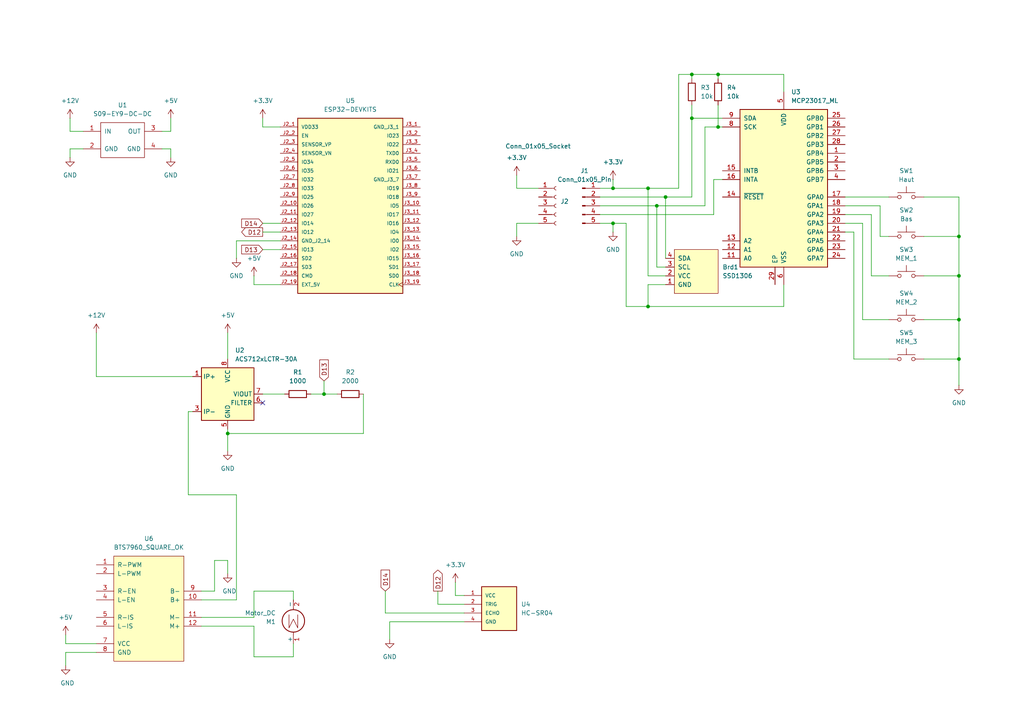
<source format=kicad_sch>
(kicad_sch (version 20250114) (generator "eeschema") (generator_version "9.0")
  (paper "A4")
  (lib_symbols
    (symbol "Connector:Conn_01x05_Pin" (pin_names (offset 1.016) (hide yes))
      (property "Reference" "J" (at 0 7.62 0))
      (property "Value" "Conn_01x05_Pin" (at 0 -7.62 0))
      (symbol "Conn_01x05_Pin_1_1"
        (rectangle (start 0.8636 5.207) (end 0 4.953) (stroke (width 0.1524)) (fill (type outline)))
        (rectangle (start 0.8636 2.667) (end 0 2.413) (stroke (width 0.1524)) (fill (type outline)))
        (rectangle (start 0.8636 0.127) (end 0 -0.127) (stroke (width 0.1524)) (fill (type outline)))
        (rectangle (start 0.8636 -2.413) (end 0 -2.667) (stroke (width 0.1524)) (fill (type outline)))
        (rectangle (start 0.8636 -4.953) (end 0 -5.207) (stroke (width 0.1524)) (fill (type outline)))
        (polyline (pts (xy 1.27 5.08) (xy 0.8636 5.08)) (stroke (width 0.1524)))
        (polyline (pts (xy 1.27 2.54) (xy 0.8636 2.54)) (stroke (width 0.1524)))
        (polyline (pts (xy 1.27 0) (xy 0.8636 0)) (stroke (width 0.1524)))
        (polyline (pts (xy 1.27 -2.54) (xy 0.8636 -2.54)) (stroke (width 0.1524)))
        (polyline (pts (xy 1.27 -5.08) (xy 0.8636 -5.08)) (stroke (width 0.1524)))
        (pin passive line (at 5.08 5.08 180) (length 3.81) (name "Pin_1") (number "1"))
        (pin passive line (at 5.08 2.54 180) (length 3.81) (name "Pin_2") (number "2"))
        (pin passive line (at 5.08 0 180) (length 3.81) (name "Pin_3") (number "3"))
        (pin passive line (at 5.08 -2.54 180) (length 3.81) (name "Pin_4") (number "4"))
        (pin passive line (at 5.08 -5.08 180) (length 3.81) (name "Pin_5") (number "5"))
      )
    )
    (symbol "Connector:Conn_01x05_Socket" (pin_names (offset 1.016) (hide yes))
      (property "Reference" "J" (at 0 7.62 0))
      (property "Value" "Conn_01x05_Socket" (at 0 -7.62 0))
      (symbol "Conn_01x05_Socket_1_1"
        (polyline (pts (xy -1.27 5.08) (xy -0.508 5.08)) (stroke (width 0.1524)))
        (polyline (pts (xy -1.27 2.54) (xy -0.508 2.54)) (stroke (width 0.1524)))
        (polyline (pts (xy -1.27 0) (xy -0.508 0)) (stroke (width 0.1524)))
        (polyline (pts (xy -1.27 -2.54) (xy -0.508 -2.54)) (stroke (width 0.1524)))
        (polyline (pts (xy -1.27 -5.08) (xy -0.508 -5.08)) (stroke (width 0.1524)))
        (arc (start 0 4.572) (mid -0.5058 5.08) (end 0 5.588) (stroke (width 0.1524)))
        (arc (start 0 2.032) (mid -0.5058 2.54) (end 0 3.048) (stroke (width 0.1524)))
        (arc (start 0 -0.508) (mid -0.5058 0) (end 0 0.508) (stroke (width 0.1524)))
        (arc (start 0 -3.048) (mid -0.5058 -2.54) (end 0 -2.032) (stroke (width 0.1524)))
        (arc (start 0 -5.588) (mid -0.5058 -5.08) (end 0 -4.572) (stroke (width 0.1524)))
        (pin passive line (at -5.08 5.08 0) (length 3.81) (name "Pin_1") (number "1"))
        (pin passive line (at -5.08 2.54 0) (length 3.81) (name "Pin_2") (number "2"))
        (pin passive line (at -5.08 0 0) (length 3.81) (name "Pin_3") (number "3"))
        (pin passive line (at -5.08 -2.54 0) (length 3.81) (name "Pin_4") (number "4"))
        (pin passive line (at -5.08 -5.08 0) (length 3.81) (name "Pin_5") (number "5"))
      )
    )
    (symbol "Device:R" (pin_numbers (hide yes)) (pin_names (offset 0))
      (property "Reference" "R" (at 2.032 0 90))
      (property "Value" "R" (at 0 0 90))
      (symbol "R_0_1"
        (rectangle (start -1.016 -2.54) (end 1.016 2.54) (stroke (width 0.254)))
      )
      (symbol "R_1_1"
        (pin passive line (at 0 3.81 270) (length 1.27) (name "~") (number "1"))
        (pin passive line (at 0 -3.81 90) (length 1.27) (name "~") (number "2"))
      )
    )
    (symbol "ESP32-DEVKITS:ESP32-DEVKITS" (pin_names (offset 1.016))
      (property "Reference" "U" (at -15.24 26.162 0))
      (property "Value" "ESP32-DEVKITS" (at -15.24 -27.94 0))
      (symbol "ESP32-DEVKITS_0_0"
        (rectangle (start -15.24 -25.4) (end 15.24 25.4) (stroke (width 0.254)) (fill (type background)))
        (pin power_in line (at -20.32 22.86 0) (length 5.08) (name "VDD33") (number "J2_1"))
        (pin input line (at -20.32 20.32 0) (length 5.08) (name "EN") (number "J2_2"))
        (pin bidirectional line (at -20.32 17.78 0) (length 5.08) (name "SENSOR_VP") (number "J2_3"))
        (pin bidirectional line (at -20.32 15.24 0) (length 5.08) (name "SENSOR_VN") (number "J2_4"))
        (pin bidirectional line (at -20.32 12.7 0) (length 5.08) (name "IO34") (number "J2_5"))
        (pin bidirectional line (at -20.32 10.16 0) (length 5.08) (name "IO35") (number "J2_6"))
        (pin bidirectional line (at -20.32 7.62 0) (length 5.08) (name "IO32") (number "J2_7"))
        (pin bidirectional line (at -20.32 5.08 0) (length 5.08) (name "IO33") (number "J2_8"))
        (pin bidirectional line (at -20.32 2.54 0) (length 5.08) (name "IO25") (number "J2_9"))
        (pin bidirectional line (at -20.32 0 0) (length 5.08) (name "IO26") (number "J2_10"))
        (pin bidirectional line (at -20.32 -2.54 0) (length 5.08) (name "IO27") (number "J2_11"))
        (pin bidirectional line (at -20.32 -5.08 0) (length 5.08) (name "IO14") (number "J2_12"))
        (pin bidirectional line (at -20.32 -7.62 0) (length 5.08) (name "IO12") (number "J2_13"))
        (pin power_in line (at -20.32 -10.16 0) (length 5.08) (name "GND_J2_14") (number "J2_14"))
        (pin bidirectional line (at -20.32 -12.7 0) (length 5.08) (name "IO13") (number "J2_15"))
        (pin bidirectional line (at -20.32 -15.24 0) (length 5.08) (name "SD2") (number "J2_16"))
        (pin bidirectional line (at -20.32 -17.78 0) (length 5.08) (name "SD3") (number "J2_17"))
        (pin bidirectional line (at -20.32 -20.32 0) (length 5.08) (name "CMD") (number "J2_18"))
        (pin power_in line (at -20.32 -22.86 0) (length 5.08) (name "EXT_5V") (number "J2_19"))
        (pin power_in line (at 20.32 22.86 180) (length 5.08) (name "GND_J3_1") (number "J3_1"))
        (pin bidirectional line (at 20.32 20.32 180) (length 5.08) (name "IO23") (number "J3_2"))
        (pin bidirectional line (at 20.32 17.78 180) (length 5.08) (name "IO22") (number "J3_3"))
        (pin bidirectional line (at 20.32 15.24 180) (length 5.08) (name "TXD0") (number "J3_4"))
        (pin bidirectional line (at 20.32 12.7 180) (length 5.08) (name "RXD0") (number "J3_5"))
        (pin bidirectional line (at 20.32 10.16 180) (length 5.08) (name "IO21") (number "J3_6"))
        (pin power_in line (at 20.32 7.62 180) (length 5.08) (name "GND_J3_7") (number "J3_7"))
        (pin bidirectional line (at 20.32 5.08 180) (length 5.08) (name "IO19") (number "J3_8"))
        (pin bidirectional line (at 20.32 2.54 180) (length 5.08) (name "IO18") (number "J3_9"))
        (pin bidirectional line (at 20.32 0 180) (length 5.08) (name "IO5") (number "J3_10"))
        (pin bidirectional line (at 20.32 -2.54 180) (length 5.08) (name "IO17") (number "J3_11"))
        (pin bidirectional line (at 20.32 -5.08 180) (length 5.08) (name "IO16") (number "J3_12"))
        (pin bidirectional line (at 20.32 -7.62 180) (length 5.08) (name "IO4") (number "J3_13"))
        (pin bidirectional line (at 20.32 -10.16 180) (length 5.08) (name "IO0") (number "J3_14"))
        (pin bidirectional line (at 20.32 -12.7 180) (length 5.08) (name "IO2") (number "J3_15"))
        (pin bidirectional line (at 20.32 -15.24 180) (length 5.08) (name "IO15") (number "J3_16"))
        (pin bidirectional line (at 20.32 -17.78 180) (length 5.08) (name "SD1") (number "J3_17"))
        (pin bidirectional line (at 20.32 -20.32 180) (length 5.08) (name "SD0") (number "J3_18"))
        (pin bidirectional clock (at 20.32 -22.86 180) (length 5.08) (name "CLK") (number "J3_19"))
      )
    )
    (symbol "HC-SR04:HC-SR04" (pin_names (offset 1.016))
      (property "Reference" "U" (at 0 5.0813 0))
      (property "Value" "HC-SR04" (at 0 -10.163 0))
      (symbol "HC-SR04_0_0"
        (rectangle (start 0 -7.62) (end 10.16 5.08) (stroke (width 0.254)) (fill (type background)))
        (pin power_in line (at -5.08 2.54 0) (length 5.08) (name "VCC") (number "1"))
        (pin bidirectional line (at -5.08 0 0) (length 5.08) (name "TRIG") (number "2"))
        (pin bidirectional line (at -5.08 -2.54 0) (length 5.08) (name "ECHO") (number "3"))
        (pin power_in line (at -5.08 -5.08 0) (length 5.08) (name "GND") (number "4"))
      )
    )
    (symbol "Interface_Expansion:MCP23017_ML" (pin_names (offset 1.016))
      (property "Reference" "U" (at -11.43 24.13 0))
      (property "Value" "MCP23017_ML" (at 0 0 0))
      (symbol "MCP23017_ML_0_1"
        (rectangle (start -12.7 22.86) (end 12.7 -22.86) (stroke (width 0.254)) (fill (type background)))
      )
      (symbol "MCP23017_ML_1_1"
        (pin bidirectional line (at -17.78 20.32 0) (length 5.08) (name "SDA") (number "9"))
        (pin input line (at -17.78 17.78 0) (length 5.08) (name "SCK") (number "8"))
        (pin tri_state line (at -17.78 5.08 0) (length 5.08) (name "INTB") (number "15"))
        (pin tri_state line (at -17.78 2.54 0) (length 5.08) (name "INTA") (number "16"))
        (pin input line (at -17.78 -2.54 0) (length 5.08) (name "~{RESET}") (number "14"))
        (pin input line (at -17.78 -15.24 0) (length 5.08) (name "A2") (number "13"))
        (pin input line (at -17.78 -17.78 0) (length 5.08) (name "A1") (number "12"))
        (pin input line (at -17.78 -20.32 0) (length 5.08) (name "A0") (number "11"))
        (pin no_connect line (at -12.7 15.24 0) (length 5.08) (hide yes) (name "NC") (number "7"))
        (pin no_connect line (at -12.7 12.7 0) (length 5.08) (hide yes) (name "NC") (number "10"))
        (pin passive line (at -2.54 -27.94 90) (length 5.08) (name "EP") (number "29"))
        (pin power_in line (at 0 27.94 270) (length 5.08) (name "VDD") (number "5"))
        (pin power_in line (at 0 -27.94 90) (length 5.08) (name "VSS") (number "6"))
        (pin bidirectional line (at 17.78 20.32 180) (length 5.08) (name "GPB0") (number "25"))
        (pin bidirectional line (at 17.78 17.78 180) (length 5.08) (name "GPB1") (number "26"))
        (pin bidirectional line (at 17.78 15.24 180) (length 5.08) (name "GPB2") (number "27"))
        (pin bidirectional line (at 17.78 12.7 180) (length 5.08) (name "GPB3") (number "28"))
        (pin bidirectional line (at 17.78 10.16 180) (length 5.08) (name "GPB4") (number "1"))
        (pin bidirectional line (at 17.78 7.62 180) (length 5.08) (name "GPB5") (number "2"))
        (pin bidirectional line (at 17.78 5.08 180) (length 5.08) (name "GPB6") (number "3"))
        (pin output line (at 17.78 2.54 180) (length 5.08) (name "GPB7") (number "4"))
        (pin bidirectional line (at 17.78 -2.54 180) (length 5.08) (name "GPA0") (number "17"))
        (pin bidirectional line (at 17.78 -5.08 180) (length 5.08) (name "GPA1") (number "18"))
        (pin bidirectional line (at 17.78 -7.62 180) (length 5.08) (name "GPA2") (number "19"))
        (pin bidirectional line (at 17.78 -10.16 180) (length 5.08) (name "GPA3") (number "20"))
        (pin bidirectional line (at 17.78 -12.7 180) (length 5.08) (name "GPA4") (number "21"))
        (pin bidirectional line (at 17.78 -15.24 180) (length 5.08) (name "GPA5") (number "22"))
        (pin bidirectional line (at 17.78 -17.78 180) (length 5.08) (name "GPA6") (number "23"))
        (pin output line (at 17.78 -20.32 180) (length 5.08) (name "GPA7") (number "24"))
      )
    )
    (symbol "Motor:Motor_DC" (pin_names (offset 0))
      (property "Reference" "M" (at 2.54 2.54 0))
      (property "Value" "Motor_DC" (at 2.54 -5.08 0))
      (symbol "Motor_DC_0_0"
        (polyline (pts (xy -1.27 -3.302) (xy -1.27 0.508) (xy 0 -2.032) (xy 1.27 0.508) (xy 1.27 -3.302)))
      )
      (symbol "Motor_DC_0_1"
        (polyline (pts (xy 0 2.032) (xy 0 2.54)))
        (polyline (pts (xy 0 1.7272) (xy 0 2.0828)))
        (circle (center 0 -1.524) (radius 3.2512) (stroke (width 0.254)))
        (polyline (pts (xy 0 -4.7752) (xy 0 -5.1816)))
        (polyline (pts (xy 0 -7.62) (xy 0 -7.112)))
      )
      (symbol "Motor_DC_1_1"
        (pin passive line (at 0 5.08 270) (length 2.54) (name "+") (number "1"))
        (pin passive line (at 0 -7.62 90) (length 2.54) (name "-") (number "2"))
      )
    )
    (symbol "SSD1306-128x64_OLED:SSD1306" (pin_names (offset 1.016))
      (property "Reference" "Brd" (at 0 -3.81 0))
      (property "Value" "SSD1306" (at 0 -1.27 0))
      (symbol "SSD1306_0_1"
        (rectangle (start -6.35 6.35) (end 6.35 -6.35) (fill (type background)))
      )
      (symbol "SSD1306_1_1"
        (pin input line (at -3.81 8.89 270) (length 2.54) (name "GND") (number "1"))
        (pin input line (at -1.27 8.89 270) (length 2.54) (name "VCC") (number "2"))
        (pin input line (at 1.27 8.89 270) (length 2.54) (name "SCL") (number "3"))
        (pin input line (at 3.81 8.89 270) (length 2.54) (name "SDA") (number "4"))
      )
    )
    (symbol "Sensor_Current:ACS712xLCTR-30A"
      (property "Reference" "U" (at 2.54 11.43 0))
      (property "Value" "ACS712xLCTR-30A" (at 2.54 8.89 0))
      (symbol "ACS712xLCTR-30A_0_1"
        (rectangle (start -7.62 7.62) (end 7.62 -7.62) (stroke (width 0.254)) (fill (type background)))
      )
      (symbol "ACS712xLCTR-30A_1_1"
        (pin passive line (at -10.16 5.08 0) (length 2.54) (name "IP+") (number "1"))
        (pin passive line (at -10.16 5.08 0) (length 2.54) (hide yes) (name "IP+") (number "2"))
        (pin passive line (at -10.16 -5.08 0) (length 2.54) (name "IP-") (number "3"))
        (pin passive line (at -10.16 -5.08 0) (length 2.54) (hide yes) (name "IP-") (number "4"))
        (pin power_in line (at 0 10.16 270) (length 2.54) (name "VCC") (number "8"))
        (pin power_in line (at 0 -10.16 90) (length 2.54) (name "GND") (number "5"))
        (pin output line (at 10.16 0 180) (length 2.54) (name "VIOUT") (number "7"))
        (pin passive line (at 10.16 -2.54 180) (length 2.54) (name "FILTER") (number "6"))
      )
    )
    (symbol "Switch:SW_Push" (pin_numbers (hide yes)) (pin_names (offset 1.016) (hide yes))
      (property "Reference" "SW" (at 1.27 2.54 0))
      (property "Value" "SW_Push" (at 0 -1.524 0))
      (symbol "SW_Push_0_1"
        (circle (center -2.032 0) (radius 0.508))
        (polyline (pts (xy 0 1.27) (xy 0 3.048)))
        (circle (center 2.032 0) (radius 0.508))
        (polyline (pts (xy 2.54 1.27) (xy -2.54 1.27)))
        (pin passive line (at -5.08 0 0) (length 2.54) (name "1") (number "1"))
        (pin passive line (at 5.08 0 180) (length 2.54) (name "2") (number "2"))
      )
    )
    (symbol "kicad_lceda:BTS7960_SQUARE_OK" (pin_names (offset 1.016))
      (property "Reference" "U" (at 0 5.1562 0))
      (property "Value" "BTS7960_SQUARE_OK" (at 0 10.2362 0))
      (symbol "BTS7960_SQUARE_OK_1_1"
        (rectangle (start 5.08 2.54) (end 25.4 -27.94) (stroke (width 0.1524)) (fill (type background)))
        (pin input line (at 0 0 0) (length 5.08) (name "R-PWM") (number "1"))
        (pin input line (at 0 -2.54 0) (length 5.08) (name "L-PWM") (number "2"))
        (pin input line (at 0 -7.62 0) (length 5.08) (name "R-EN") (number "3"))
        (pin input line (at 0 -10.16 0) (length 5.08) (name "L-EN") (number "4"))
        (pin input line (at 0 -15.24 0) (length 5.08) (name "R-IS") (number "5"))
        (pin input line (at 0 -17.78 0) (length 5.08) (name "L-IS") (number "6"))
        (pin input line (at 0 -22.86 0) (length 5.08) (name "VCC") (number "7"))
        (pin input line (at 0 -25.4 0) (length 5.08) (name "GND") (number "8"))
        (pin input line (at 30.48 -7.62 180) (length 5.08) (name "B-") (number "9"))
        (pin input line (at 30.48 -10.16 180) (length 5.08) (name "B+") (number "10"))
        (pin input line (at 30.48 -15.24 180) (length 5.08) (name "M-") (number "11"))
        (pin input line (at 30.48 -17.78 180) (length 5.08) (name "M+") (number "12"))
      )
    )
    (symbol "kicad_lceda:S09-EY9-DC-DC" (pin_names (offset 1.016))
      (property "Reference" "U" (at 0 7.6962 0))
      (property "Value" "S09-EY9-DC-DC" (at 0 12.7762 0))
      (symbol "S09-EY9-DC-DC_1_1"
        (rectangle (start -6.35 5.08) (end 6.35 -5.08) (stroke (width 0.1524)))
        (pin input line (at -11.43 2.54 0) (length 5.08) (name "IN") (number "1"))
        (pin input line (at -11.43 -2.54 0) (length 5.08) (name "GND") (number "2"))
        (pin input line (at 11.43 2.54 180) (length 5.08) (name "OUT") (number "3"))
        (pin input line (at 11.43 -2.54 180) (length 5.08) (name "GND") (number "4"))
      )
    )
    (symbol "power:+12V" (power) (pin_numbers (hide yes)) (pin_names (offset 0) (hide yes))
      (property "Value" "+12V" (at 0 3.556 0))
      (symbol "+12V_0_1"
        (polyline (pts (xy -0.762 1.27) (xy 0 2.54)))
        (polyline (pts (xy 0 2.54) (xy 0.762 1.27)))
        (polyline (pts (xy 0 0) (xy 0 2.54)))
      )
      (symbol "+12V_1_1"
        (pin power_in line (at 0 0 90) (length 0) (name "~") (number "1"))
      )
    )
    (symbol "power:+3.3V" (power) (pin_numbers (hide yes)) (pin_names (offset 0) (hide yes))
      (property "Value" "+3.3V" (at 0 3.556 0))
      (symbol "+3.3V_0_1"
        (polyline (pts (xy -0.762 1.27) (xy 0 2.54)))
        (polyline (pts (xy 0 2.54) (xy 0.762 1.27)))
        (polyline (pts (xy 0 0) (xy 0 2.54)))
      )
      (symbol "+3.3V_1_1"
        (pin power_in line (at 0 0 90) (length 0) (name "~") (number "1"))
      )
    )
    (symbol "power:+5V" (power) (pin_numbers (hide yes)) (pin_names (offset 0) (hide yes))
      (property "Value" "+5V" (at 0 3.556 0))
      (symbol "+5V_0_1"
        (polyline (pts (xy -0.762 1.27) (xy 0 2.54)))
        (polyline (pts (xy 0 2.54) (xy 0.762 1.27)))
        (polyline (pts (xy 0 0) (xy 0 2.54)))
      )
      (symbol "+5V_1_1"
        (pin power_in line (at 0 0 90) (length 0) (name "~") (number "1"))
      )
    )
    (symbol "power:GND" (power) (pin_numbers (hide yes)) (pin_names (offset 0) (hide yes))
      (property "Value" "GND" (at 0 -3.81 0))
      (symbol "GND_0_1"
        (polyline (pts (xy 0 0) (xy 0 -1.27) (xy 1.27 -1.27) (xy 0 -2.54) (xy -1.27 -1.27) (xy 0 -1.27)))
      )
      (symbol "GND_1_1"
        (pin power_in line (at 0 0 270) (length 0) (name "~") (number "1"))
      )
    )
  )
  (junction (at 177.8 64.77))
  (junction (at 278.13 92.71))
  (junction (at 278.13 68.58))
  (junction (at 200.66 34.29))
  (junction (at 190.5 59.69))
  (junction (at 193.04 57.15))
  (junction (at 208.28 36.83))
  (junction (at 187.96 54.61))
  (junction (at 66.04 125.73))
  (junction (at 187.96 88.9))
  (junction (at 278.13 104.14))
  (junction (at 200.66 21.59))
  (junction (at 278.13 80.01))
  (junction (at 208.28 21.59))
  (junction (at 177.8 54.61))
  (junction (at 93.98 114.3))
  (no_connect (at 76.2 116.84))
  (wire (pts (xy 190.5 59.69) (xy 204.47 59.69)))
  (wire (pts (xy 149.86 50.8) (xy 149.86 54.61)))
  (wire (pts (xy 267.97 104.14) (xy 278.13 104.14)))
  (wire (pts (xy 66.04 162.56) (xy 66.04 166.37)))
  (wire (pts (xy 187.96 54.61) (xy 177.8 54.61)))
  (wire (pts (xy 93.98 110.49) (xy 93.98 114.3)))
  (wire (pts (xy 252.73 80.01) (xy 252.73 62.23)))
  (wire (pts (xy 20.32 43.18) (xy 20.32 45.72)))
  (wire (pts (xy 250.19 64.77) (xy 245.11 64.77)))
  (wire (pts (xy 127 175.26) (xy 127 171.45)))
  (wire (pts (xy 208.28 30.48) (xy 208.28 36.83)))
  (wire (pts (xy 73.66 82.55) (xy 81.28 82.55)))
  (wire (pts (xy 196.85 21.59) (xy 196.85 54.61)))
  (wire (pts (xy 68.58 74.93) (xy 68.58 69.85)))
  (wire (pts (xy 255.27 68.58) (xy 257.81 68.58)))
  (wire (pts (xy 252.73 62.23) (xy 245.11 62.23)))
  (wire (pts (xy 208.28 21.59) (xy 208.28 22.86)))
  (wire (pts (xy 278.13 92.71) (xy 278.13 104.14)))
  (wire (pts (xy 49.53 34.29) (xy 49.53 38.1)))
  (wire (pts (xy 207.01 62.23) (xy 207.01 52.07)))
  (wire (pts (xy 255.27 59.69) (xy 255.27 68.58)))
  (wire (pts (xy 76.2 114.3) (xy 82.55 114.3)))
  (wire (pts (xy 200.66 21.59) (xy 208.28 21.59)))
  (wire (pts (xy 278.13 80.01) (xy 278.13 92.71)))
  (wire (pts (xy 55.88 119.38) (xy 54.61 119.38)))
  (wire (pts (xy 73.66 80.01) (xy 73.66 82.55)))
  (wire (pts (xy 111.76 177.8) (xy 134.62 177.8)))
  (wire (pts (xy 196.85 54.61) (xy 187.96 54.61)))
  (wire (pts (xy 193.04 57.15) (xy 200.66 57.15)))
  (wire (pts (xy 149.86 54.61) (xy 156.21 54.61)))
  (wire (pts (xy 173.99 57.15) (xy 193.04 57.15)))
  (wire (pts (xy 267.97 68.58) (xy 278.13 68.58)))
  (wire (pts (xy 200.66 22.86) (xy 200.66 21.59)))
  (wire (pts (xy 27.94 189.23) (xy 19.05 189.23)))
  (wire (pts (xy 73.66 171.45) (xy 85.09 171.45)))
  (wire (pts (xy 193.04 80.01) (xy 187.96 80.01)))
  (wire (pts (xy 54.61 119.38) (xy 54.61 143.51)))
  (wire (pts (xy 90.17 114.3) (xy 93.98 114.3)))
  (wire (pts (xy 257.81 80.01) (xy 252.73 80.01)))
  (wire (pts (xy 62.23 171.45) (xy 62.23 162.56)))
  (wire (pts (xy 245.11 67.31) (xy 247.65 67.31)))
  (wire (pts (xy 181.61 64.77) (xy 177.8 64.77)))
  (wire (pts (xy 68.58 173.99) (xy 58.42 173.99)))
  (wire (pts (xy 27.94 96.52) (xy 27.94 109.22)))
  (wire (pts (xy 105.41 114.3) (xy 105.41 125.73)))
  (wire (pts (xy 62.23 171.45) (xy 58.42 171.45)))
  (wire (pts (xy 250.19 92.71) (xy 257.81 92.71)))
  (wire (pts (xy 177.8 54.61) (xy 173.99 54.61)))
  (wire (pts (xy 76.2 36.83) (xy 76.2 34.29)))
  (wire (pts (xy 81.28 36.83) (xy 76.2 36.83)))
  (wire (pts (xy 181.61 88.9) (xy 181.61 64.77)))
  (wire (pts (xy 149.86 64.77) (xy 149.86 68.58)))
  (wire (pts (xy 207.01 52.07) (xy 209.55 52.07)))
  (wire (pts (xy 267.97 92.71) (xy 278.13 92.71)))
  (wire (pts (xy 278.13 57.15) (xy 278.13 68.58)))
  (wire (pts (xy 227.33 21.59) (xy 227.33 26.67)))
  (wire (pts (xy 62.23 162.56) (xy 66.04 162.56)))
  (wire (pts (xy 187.96 80.01) (xy 187.96 54.61)))
  (wire (pts (xy 113.03 185.42) (xy 113.03 180.34)))
  (wire (pts (xy 247.65 104.14) (xy 257.81 104.14)))
  (wire (pts (xy 227.33 82.55) (xy 227.33 88.9)))
  (wire (pts (xy 73.66 181.61) (xy 73.66 190.5)))
  (wire (pts (xy 73.66 179.07) (xy 73.66 171.45)))
  (wire (pts (xy 204.47 36.83) (xy 208.28 36.83)))
  (wire (pts (xy 19.05 186.69) (xy 19.05 184.15)))
  (wire (pts (xy 58.42 179.07) (xy 73.66 179.07)))
  (wire (pts (xy 156.21 64.77) (xy 149.86 64.77)))
  (wire (pts (xy 49.53 38.1) (xy 46.99 38.1)))
  (wire (pts (xy 85.09 190.5) (xy 85.09 186.69)))
  (wire (pts (xy 245.11 57.15) (xy 257.81 57.15)))
  (wire (pts (xy 111.76 171.45) (xy 111.76 177.8)))
  (wire (pts (xy 68.58 143.51) (xy 68.58 173.99)))
  (wire (pts (xy 24.13 43.18) (xy 20.32 43.18)))
  (wire (pts (xy 66.04 96.52) (xy 66.04 104.14)))
  (wire (pts (xy 200.66 34.29) (xy 209.55 34.29)))
  (wire (pts (xy 49.53 43.18) (xy 46.99 43.18)))
  (wire (pts (xy 93.98 114.3) (xy 97.79 114.3)))
  (wire (pts (xy 49.53 45.72) (xy 49.53 43.18)))
  (wire (pts (xy 132.08 172.72) (xy 134.62 172.72)))
  (wire (pts (xy 105.41 125.73) (xy 66.04 125.73)))
  (wire (pts (xy 227.33 88.9) (xy 187.96 88.9)))
  (wire (pts (xy 85.09 171.45) (xy 85.09 173.99)))
  (wire (pts (xy 54.61 143.51) (xy 68.58 143.51)))
  (wire (pts (xy 68.58 69.85) (xy 81.28 69.85)))
  (wire (pts (xy 27.94 186.69) (xy 19.05 186.69)))
  (wire (pts (xy 250.19 92.71) (xy 250.19 64.77)))
  (wire (pts (xy 66.04 125.73) (xy 66.04 130.81)))
  (wire (pts (xy 76.2 72.39) (xy 81.28 72.39)))
  (wire (pts (xy 76.2 67.31) (xy 81.28 67.31)))
  (wire (pts (xy 177.8 64.77) (xy 177.8 67.31)))
  (wire (pts (xy 278.13 104.14) (xy 278.13 111.76)))
  (wire (pts (xy 113.03 180.34) (xy 134.62 180.34)))
  (wire (pts (xy 193.04 77.47) (xy 190.5 77.47)))
  (wire (pts (xy 76.2 64.77) (xy 81.28 64.77)))
  (wire (pts (xy 187.96 82.55) (xy 187.96 88.9)))
  (wire (pts (xy 193.04 82.55) (xy 187.96 82.55)))
  (wire (pts (xy 173.99 64.77) (xy 177.8 64.77)))
  (wire (pts (xy 173.99 59.69) (xy 190.5 59.69)))
  (wire (pts (xy 132.08 168.91) (xy 132.08 172.72)))
  (wire (pts (xy 177.8 52.07) (xy 177.8 54.61)))
  (wire (pts (xy 134.62 175.26) (xy 127 175.26)))
  (wire (pts (xy 27.94 109.22) (xy 55.88 109.22)))
  (wire (pts (xy 19.05 189.23) (xy 19.05 193.04)))
  (wire (pts (xy 187.96 88.9) (xy 181.61 88.9)))
  (wire (pts (xy 66.04 124.46) (xy 66.04 125.73)))
  (wire (pts (xy 200.66 30.48) (xy 200.66 34.29)))
  (wire (pts (xy 200.66 57.15) (xy 200.66 34.29)))
  (wire (pts (xy 196.85 21.59) (xy 200.66 21.59)))
  (wire (pts (xy 173.99 62.23) (xy 207.01 62.23)))
  (wire (pts (xy 267.97 80.01) (xy 278.13 80.01)))
  (wire (pts (xy 20.32 38.1) (xy 24.13 38.1)))
  (wire (pts (xy 245.11 59.69) (xy 255.27 59.69)))
  (wire (pts (xy 73.66 190.5) (xy 85.09 190.5)))
  (wire (pts (xy 208.28 21.59) (xy 227.33 21.59)))
  (wire (pts (xy 20.32 34.29) (xy 20.32 38.1)))
  (wire (pts (xy 208.28 36.83) (xy 209.55 36.83)))
  (wire (pts (xy 278.13 68.58) (xy 278.13 80.01)))
  (wire (pts (xy 267.97 57.15) (xy 278.13 57.15)))
  (wire (pts (xy 58.42 181.61) (xy 73.66 181.61)))
  (wire (pts (xy 193.04 57.15) (xy 193.04 74.93)))
  (wire (pts (xy 204.47 59.69) (xy 204.47 36.83)))
  (wire (pts (xy 247.65 67.31) (xy 247.65 104.14)))
  (wire (pts (xy 190.5 77.47) (xy 190.5 59.69)))
  (image (at -72.39 33.02) (scale 1.52979))
  (global_label "D13" (shape input) (at 76.2 72.39 180) (property "Intersheetrefs" "${INTERSHEET_REFS}" (effects (hide yes))))
  (global_label "D13" (shape input) (at 93.98 110.49 90) (property "Intersheetrefs" "${INTERSHEET_REFS}" (effects (hide yes))))
  (global_label "D14" (shape input) (at 111.76 171.45 90) (property "Intersheetrefs" "${INTERSHEET_REFS}" (effects (hide yes))))
  (global_label "D12" (shape output) (at 76.2 67.31 180) (property "Intersheetrefs" "${INTERSHEET_REFS}" (effects (hide yes))))
  (global_label "D14" (shape input) (at 76.2 64.77 180) (property "Intersheetrefs" "${INTERSHEET_REFS}" (effects (hide yes))))
  (global_label "D12" (shape output) (at 127 171.45 90) (property "Intersheetrefs" "${INTERSHEET_REFS}" (effects (hide yes))))
  (symbol (lib_id "HC-SR04:HC-SR04") (at 139.7 175.26 0) (unit 1)
    (property "Reference" "U4" (at 151.13 175.2599 0) (effects (justify left)))
    (property "Value" "HC-SR04" (at 151.13 177.7999 0) (effects (justify left)))
    (property "Footprint" "HC-SR04:XCVR_HC-SR04" (effects (hide yes)))
    (property "MF" "SparkFun Electronics" (effects (hide yes)))
    (property "Description_1" "HC-SR04 Ultrasonic Sensor Qwiic Platform Evaluation Expansion Board" (effects (hide yes)))
    (property "Package" "None" (effects (hide yes)))
    (property "Price" "None" (effects (hide yes)))
    (property "Check_prices" "https://www.snapeda.com/parts/HC-SR04/SparkFun/view-part/?ref=eda" (effects (hide yes)))
    (property "SnapEDA_Link" "https://www.snapeda.com/parts/HC-SR04/SparkFun/view-part/?ref=snap" (effects (hide yes)))
    (property "MP" "HC-SR04" (effects (hide yes)))
    (property "Availability" "Not in stock" (effects (hide yes)))
    (property "MANUFACTURER" "Osepp" (effects (hide yes)))
  )
  (symbol (lib_id "Device:R") (at 86.36 114.3 90) (unit 1)
    (property "Reference" "R1" (at 86.36 107.95 90))
    (property "Value" "1000" (at 86.36 110.49 90))
    (property "Description" "Resistor" (effects (hide yes)))
  )
  (symbol (lib_id "Interface_Expansion:MCP23017_ML") (at 227.33 54.61 0) (unit 1)
    (property "Reference" "U3" (at 229.4733 26.67 0) (effects (justify left)))
    (property "Value" "MCP23017_ML" (at 229.4733 29.21 0) (effects (justify left)))
    (property "Footprint" "Package_DFN_QFN:QFN-28-1EP_6x6mm_P0.65mm_EP4.25x4.25mm" (effects (hide yes)))
    (property "Datasheet" "https://ww1.microchip.com/downloads/aemDocuments/documents/APID/ProductDocuments/DataSheets/MCP23017-Data-Sheet-DS20001952.pdf" (effects (hide yes)))
    (property "Description" "16-bit I/O expander, I2C, interrupts, w pull-ups, GPA/B7 output only (https://microchip.my.site.com/s/article/GPA7---GPB7-Cannot-Be-Used-as-Inputs-In-MCP23017), QFN-28" (effects (hide yes)))
  )
  (symbol (lib_id "kicad_lceda:BTS7960_SQUARE_OK") (at 27.94 163.83 0) (unit 1)
    (property "Reference" "U6" (at 43.18 156.21 0))
    (property "Value" "BTS7960_SQUARE_OK" (at 43.18 158.75 0))
    (property "Footprint" "kicad_lceda:BTS7960" (effects (hide yes)))
    (property "uuid" "std:c88427f1dd984025aff1041314107c81" (effects (hide yes)))
  )
  (symbol (lib_id "Sensor_Current:ACS712xLCTR-30A") (at 66.04 114.3 0) (unit 1)
    (property "Reference" "U2" (at 68.1833 101.6 0) (effects (justify left)))
    (property "Value" "ACS712xLCTR-30A" (at 68.1833 104.14 0) (effects (justify left)))
    (property "Footprint" "Package_SO:SOIC-8_3.9x4.9mm_P1.27mm" (effects (hide yes)))
    (property "Datasheet" "http://www.allegromicro.com/~/media/Files/Datasheets/ACS712-Datasheet.ashx?la=en" (effects (hide yes)))
    (property "Description" "±30A Bidirectional Hall-Effect Current Sensor, +5.0V supply, 66mV/A, SOIC-8" (effects (hide yes)))
  )
  (symbol (lib_id "power:+5V") (at 73.66 80.01 0) (unit 1)
    (property "Reference" "#PWR05" (effects (hide yes)))
    (property "Value" "+5V" (at 73.66 74.93 0))
    (property "Description" "Power symbol creates a global label with name \"+5V\"" (effects (hide yes)))
  )
  (symbol (lib_id "Switch:SW_Push") (at 262.89 57.15 0) (unit 1)
    (property "Reference" "SW1" (at 262.89 49.53 0))
    (property "Value" "Haut" (at 262.89 52.07 0))
    (property "Description" "Push button switch, generic, two pins" (effects (hide yes)))
  )
  (symbol (lib_id "Switch:SW_Push") (at 262.89 68.58 0) (unit 1)
    (property "Reference" "SW2" (at 262.89 60.96 0))
    (property "Value" "Bas" (at 262.89 63.5 0))
    (property "Description" "Push button switch, generic, two pins" (effects (hide yes)))
  )
  (symbol (lib_id "power:GND") (at 149.86 68.58 0) (unit 1)
    (property "Reference" "#PWR020" (effects (hide yes)))
    (property "Value" "GND" (at 149.86 73.66 0))
    (property "Description" "Power symbol creates a global label with name \"GND\" , ground" (effects (hide yes)))
  )
  (symbol (lib_id "Switch:SW_Push") (at 262.89 104.14 0) (unit 1)
    (property "Reference" "SW5" (at 262.89 96.52 0))
    (property "Value" "MEM_3" (at 262.89 99.06 0))
    (property "Description" "Push button switch, generic, two pins" (effects (hide yes)))
  )
  (symbol (lib_id "power:+3.3V") (at 177.8 52.07 0) (unit 1)
    (property "Reference" "#PWR016" (effects (hide yes)))
    (property "Value" "+3.3V" (at 177.8 46.99 0))
    (property "Description" "Power symbol creates a global label with name \"+3.3V\"" (effects (hide yes)))
  )
  (symbol (lib_id "Switch:SW_Push") (at 262.89 92.71 0) (unit 1)
    (property "Reference" "SW4" (at 262.89 85.09 0))
    (property "Value" "MEM_2" (at 262.89 87.63 0))
    (property "Description" "Push button switch, generic, two pins" (effects (hide yes)))
  )
  (symbol (lib_id "Motor:Motor_DC") (at 85.09 181.61 180) (unit 1)
    (property "Reference" "M1" (at 80.01 180.3401 0) (effects (justify left)))
    (property "Value" "Motor_DC" (at 80.01 177.8001 0) (effects (justify left)))
    (property "Description" "DC Motor" (effects (hide yes)))
  )
  (symbol (lib_id "Connector:Conn_01x05_Socket") (at 161.29 59.69 0) (unit 1)
    (property "Reference" "J2" (at 162.56 58.4199 0) (effects (justify left)))
    (property "Value" "Conn_01x05_Socket" (at 146.558 42.418 0) (effects (justify left)))
    (property "Description" "Generic connector, single row, 01x05, script generated" (effects (hide yes)))
  )
  (symbol (lib_id "power:GND") (at 66.04 166.37 0) (unit 1)
    (property "Reference" "#PWR08" (effects (hide yes)))
    (property "Value" "GND" (at 66.548 171.45 0))
    (property "Description" "Power symbol creates a global label with name \"GND\" , ground" (effects (hide yes)))
  )
  (symbol (lib_id "power:+3.3V") (at 132.08 168.91 0) (unit 1)
    (property "Reference" "#PWR011" (effects (hide yes)))
    (property "Value" "+3.3V" (at 132.08 163.83 0))
    (property "Description" "Power symbol creates a global label with name \"+3.3V\"" (effects (hide yes)))
  )
  (symbol (lib_id "Device:R") (at 208.28 26.67 0) (unit 1)
    (property "Reference" "R4" (at 210.82 25.3999 0) (effects (justify left)))
    (property "Value" "10k" (at 210.82 27.9399 0) (effects (justify left)))
    (property "Description" "Resistor" (effects (hide yes)))
  )
  (symbol (lib_id "power:GND") (at 113.03 185.42 0) (unit 1)
    (property "Reference" "#PWR012" (effects (hide yes)))
    (property "Value" "GND" (at 113.03 190.5 0))
    (property "Description" "Power symbol creates a global label with name \"GND\" , ground" (effects (hide yes)))
  )
  (symbol (lib_id "power:+5V") (at 19.05 184.15 0) (unit 1)
    (property "Reference" "#PWR017" (effects (hide yes)))
    (property "Value" "+5V" (at 19.05 179.07 0))
    (property "Description" "Power symbol creates a global label with name \"+5V\"" (effects (hide yes)))
  )
  (symbol (lib_id "power:GND") (at 278.13 111.76 0) (unit 1)
    (property "Reference" "#PWR013" (effects (hide yes)))
    (property "Value" "GND" (at 278.13 116.84 0))
    (property "Description" "Power symbol creates a global label with name \"GND\" , ground" (effects (hide yes)))
  )
  (symbol (lib_id "power:GND") (at 66.04 130.81 0) (unit 1)
    (property "Reference" "#PWR010" (effects (hide yes)))
    (property "Value" "GND" (at 66.04 135.89 0))
    (property "Description" "Power symbol creates a global label with name \"GND\" , ground" (effects (hide yes)))
  )
  (symbol (lib_id "kicad_lceda:S09-EY9-DC-DC") (at 35.56 40.64 0) (unit 1)
    (property "Reference" "U1" (at 35.56 30.48 0))
    (property "Value" "S09-EY9-DC-DC" (at 35.56 33.02 0))
    (property "Footprint" "kicad_lceda:S09-EY9-DC-DC" (effects (hide yes)))
    (property "uuid" "std:864931095cef41aabc1514c4055f52a8" (effects (hide yes)))
  )
  (symbol (lib_id "power:+3.3V") (at 76.2 34.29 0) (unit 1)
    (property "Reference" "#PWR014" (effects (hide yes)))
    (property "Value" "+3.3V" (at 76.2 29.21 0))
    (property "Description" "Power symbol creates a global label with name \"+3.3V\"" (effects (hide yes)))
  )
  (symbol (lib_id "Device:R") (at 101.6 114.3 90) (unit 1)
    (property "Reference" "R2" (at 101.6 107.95 90))
    (property "Value" "2000" (at 101.6 110.49 90))
    (property "Description" "Resistor" (effects (hide yes)))
  )
  (symbol (lib_id "SSD1306-128x64_OLED:SSD1306") (at 201.93 78.74 90) (unit 1)
    (property "Reference" "Brd1" (at 209.55 77.4699 90) (effects (justify right)))
    (property "Value" "SSD1306" (at 209.55 80.0099 90) (effects (justify right)))
    (property "Description" "SSD1306 OLED" (effects (hide yes)))
  )
  (symbol (lib_id "power:+12V") (at 27.94 96.52 0) (unit 1)
    (property "Reference" "#PWR07" (effects (hide yes)))
    (property "Value" "+12V" (at 27.94 91.44 0))
    (property "Description" "Power symbol creates a global label with name \"+12V\"" (effects (hide yes)))
  )
  (symbol (lib_id "power:+3.3V") (at 149.86 50.8 0) (unit 1)
    (property "Reference" "#PWR019" (effects (hide yes)))
    (property "Value" "+3.3V" (at 149.86 45.72 0))
    (property "Description" "Power symbol creates a global label with name \"+3.3V\"" (effects (hide yes)))
  )
  (symbol (lib_id "power:+5V") (at 66.04 96.52 0) (unit 1)
    (property "Reference" "#PWR09" (effects (hide yes)))
    (property "Value" "+5V" (at 66.04 91.44 0))
    (property "Description" "Power symbol creates a global label with name \"+5V\"" (effects (hide yes)))
  )
  (symbol (lib_id "power:GND") (at 19.05 193.04 0) (unit 1)
    (property "Reference" "#PWR018" (effects (hide yes)))
    (property "Value" "GND" (at 19.558 198.12 0))
    (property "Description" "Power symbol creates a global label with name \"GND\" , ground" (effects (hide yes)))
  )
  (symbol (lib_id "ESP32-DEVKITS:ESP32-DEVKITS") (at 101.6 59.69 0) (unit 1)
    (property "Reference" "U5" (at 101.6 29.21 0))
    (property "Value" "ESP32-DEVKITS" (at 101.6 31.75 0))
    (property "Footprint" "ESP32-DEVKITS:MODULE_ESP32-DEVKITS" (effects (hide yes)))
    (property "MF" "Espressif Systems" (effects (hide yes)))
    (property "Description_1" "Programmer: for ESP32 WiFi modules; ESP32-WROOM; UART,USB; USB" (effects (hide yes)))
    (property "Package" "None" (effects (hide yes)))
    (property "Price" "None" (effects (hide yes)))
    (property "Check_prices" "https://www.snapeda.com/parts/ESP32DEVKITS/Espressif+Systems/view-part/?ref=eda" (effects (hide yes)))
    (property "STANDARD" "Manufacturer Recommendations" (effects (hide yes)))
    (property "PARTREV" "1.1" (effects (hide yes)))
    (property "SnapEDA_Link" "https://www.snapeda.com/parts/ESP32DEVKITS/Espressif+Systems/view-part/?ref=snap" (effects (hide yes)))
    (property "MP" "ESP32DEVKITS" (effects (hide yes)))
    (property "Availability" "In Stock" (effects (hide yes)))
    (property "MANUFACTURER" "Espressif Systems" (effects (hide yes)))
  )
  (symbol (lib_id "power:GND") (at 68.58 74.93 0) (unit 1)
    (property "Reference" "#PWR06" (effects (hide yes)))
    (property "Value" "GND" (at 68.58 80.01 0))
    (property "Description" "Power symbol creates a global label with name \"GND\" , ground" (effects (hide yes)))
  )
  (symbol (lib_id "power:+5V") (at 49.53 34.29 0) (unit 1)
    (property "Reference" "#PWR03" (effects (hide yes)))
    (property "Value" "+5V" (at 49.53 29.21 0))
    (property "Description" "Power symbol creates a global label with name \"+5V\"" (effects (hide yes)))
  )
  (symbol (lib_id "power:GND") (at 177.8 67.31 0) (unit 1)
    (property "Reference" "#PWR015" (effects (hide yes)))
    (property "Value" "GND" (at 177.8 72.39 0))
    (property "Description" "Power symbol creates a global label with name \"GND\" , ground" (effects (hide yes)))
  )
  (symbol (lib_id "power:GND") (at 20.32 45.72 0) (unit 1)
    (property "Reference" "#PWR02" (effects (hide yes)))
    (property "Value" "GND" (at 20.32 50.8 0))
    (property "Description" "Power symbol creates a global label with name \"GND\" , ground" (effects (hide yes)))
  )
  (symbol (lib_id "Device:R") (at 200.66 26.67 0) (unit 1)
    (property "Reference" "R3" (at 203.2 25.3999 0) (effects (justify left)))
    (property "Value" "10k" (at 203.2 27.9399 0) (effects (justify left)))
    (property "Description" "Resistor" (effects (hide yes)))
  )
  (symbol (lib_id "power:+12V") (at 20.32 34.29 0) (unit 1)
    (property "Reference" "#PWR01" (effects (hide yes)))
    (property "Value" "+12V" (at 20.32 29.21 0))
    (property "Description" "Power symbol creates a global label with name \"+12V\"" (effects (hide yes)))
  )
  (symbol (lib_id "Connector:Conn_01x05_Pin") (at 168.91 59.69 0) (unit 1)
    (property "Reference" "J1" (at 169.545 49.53 0))
    (property "Value" "Conn_01x05_Pin" (at 169.545 52.07 0))
    (property "Description" "Generic connector, single row, 01x05, script generated" (effects (hide yes)))
  )
  (symbol (lib_id "power:GND") (at 49.53 45.72 0) (unit 1)
    (property "Reference" "#PWR04" (effects (hide yes)))
    (property "Value" "GND" (at 49.53 50.8 0))
    (property "Description" "Power symbol creates a global label with name \"GND\" , ground" (effects (hide yes)))
  )
  (symbol (lib_id "Switch:SW_Push") (at 262.89 80.01 0) (unit 1)
    (property "Reference" "SW3" (at 262.89 72.39 0))
    (property "Value" "MEM_1" (at 262.89 74.93 0))
    (property "Description" "Push button switch, generic, two pins" (effects (hide yes)))
  )
)
</source>
